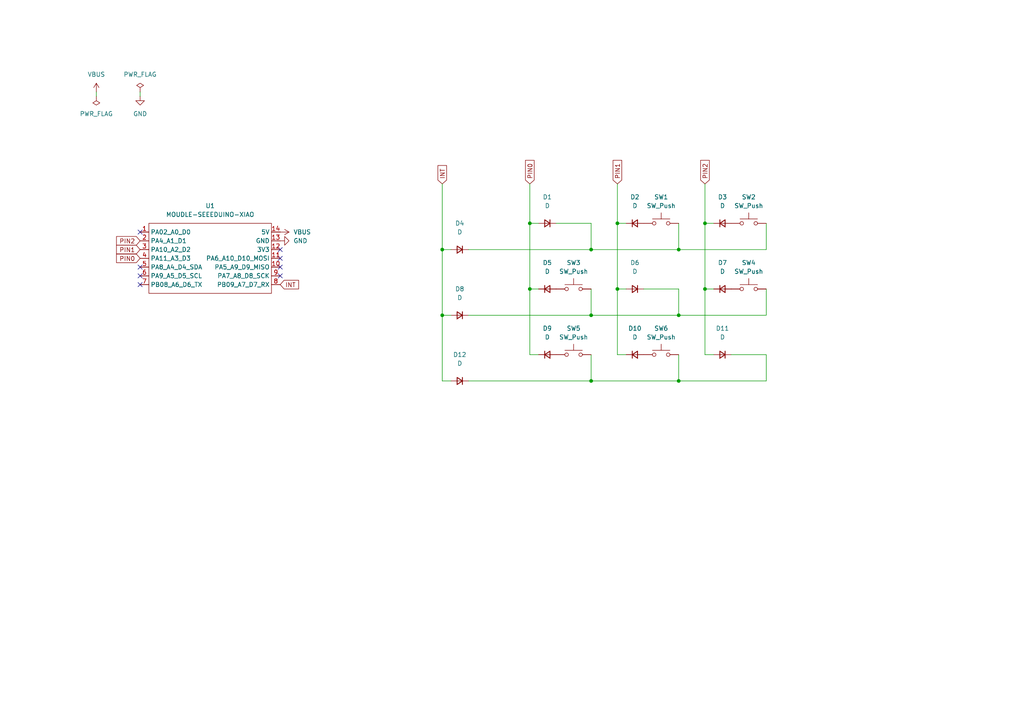
<source format=kicad_sch>
(kicad_sch (version 20231120) (generator "eeschema") (generator_version "8.0")
  (paper "A4")
  (title_block (title "pad2x3") (date "2024-09-16") (rev "1.0"))
  (lib_symbols
    (symbol "Device:D_Small" (pin_numbers hide) (pin_names (offset 0.254) hide)
      (property "Reference" "D" (at -1.27 2.032 0))
      (property "Value" "D_Small" (at -3.81 -2.032 0))
      (symbol "D_Small_0_1"
        (polyline (pts (xy -0.762 -1.016) (xy -0.762 1.016)) (stroke (width 0.254)))
        (polyline (pts (xy -0.762 0) (xy 0.762 0)))
        (polyline (pts (xy 0.762 -1.016) (xy -0.762 0) (xy 0.762 1.016) (xy 0.762 -1.016)) (stroke (width 0.254)))
      )
      (symbol "D_Small_1_1"
        (pin passive line (at -2.54 0 0) (length 1.778) (name "K") (number "1"))
        (pin passive line (at 2.54 0 180) (length 1.778) (name "A") (number "2"))
      )
    )
    (symbol "MOUDLE-SEEEDUINO-XIAO:MOUDLE-SEEEDUINO-XIAO"
      (property "Reference" "U" (at -16.51 11.43 0))
      (property "Value" "MOUDLE-SEEEDUINO-XIAO" (at -3.81 -11.43 0))
      (symbol "MOUDLE-SEEEDUINO-XIAO_0_1"
        (rectangle (start -16.51 10.16) (end 19.05 -10.16))
      )
      (symbol "MOUDLE-SEEEDUINO-XIAO_1_1"
        (pin bidirectional line (at -19.05 7.62 0) (length 2.54) (name "PA02_A0_D0") (number "1"))
        (pin bidirectional line (at 21.59 -2.54 180) (length 2.54) (name "PA5_A9_D9_MISO") (number "10"))
        (pin bidirectional line (at 21.59 0 180) (length 2.54) (name "PA6_A10_D10_MOSI") (number "11"))
        (pin power_in line (at 21.59 2.54 180) (length 2.54) (name "3V3") (number "12"))
        (pin power_in line (at 21.59 5.08 180) (length 2.54) (name "GND") (number "13"))
        (pin power_in line (at 21.59 7.62 180) (length 2.54) (name "5V") (number "14"))
        (pin bidirectional line (at -19.05 5.08 0) (length 2.54) (name "PA4_A1_D1") (number "2"))
        (pin bidirectional line (at -19.05 2.54 0) (length 2.54) (name "PA10_A2_D2") (number "3"))
        (pin bidirectional line (at -19.05 0 0) (length 2.54) (name "PA11_A3_D3") (number "4"))
        (pin bidirectional line (at -19.05 -2.54 0) (length 2.54) (name "PA8_A4_D4_SDA") (number "5"))
        (pin bidirectional line (at -19.05 -5.08 0) (length 2.54) (name "PA9_A5_D5_SCL") (number "6"))
        (pin bidirectional line (at -19.05 -7.62 0) (length 2.54) (name "PB08_A6_D6_TX") (number "7"))
        (pin bidirectional line (at 21.59 -7.62 180) (length 2.54) (name "PB09_A7_D7_RX") (number "8"))
        (pin bidirectional line (at 21.59 -5.08 180) (length 2.54) (name "PA7_A8_D8_SCK") (number "9"))
      )
    )
    (symbol "Switch:SW_Push" (pin_numbers hide) (pin_names (offset 1.016) hide)
      (property "Reference" "SW" (at 1.27 2.54 0))
      (property "Value" "SW_Push" (at 0 -1.524 0))
      (symbol "SW_Push_0_1"
        (circle (center -2.032 0) (radius 0.508))
        (polyline (pts (xy 0 1.27) (xy 0 3.048)))
        (polyline (pts (xy 2.54 1.27) (xy -2.54 1.27)))
        (circle (center 2.032 0) (radius 0.508))
        (pin passive line (at -5.08 0 0) (length 2.54) (name "1") (number "1"))
        (pin passive line (at 5.08 0 180) (length 2.54) (name "2") (number "2"))
      )
    )
    (symbol "power:GND" (power) (pin_numbers hide) (pin_names (offset 0) hide)
      (property "Value" "GND" (at 0 -3.81 0))
      (symbol "GND_0_1"
        (polyline (pts (xy 0 0) (xy 0 -1.27) (xy 1.27 -1.27) (xy 0 -2.54) (xy -1.27 -1.27) (xy 0 -1.27)))
      )
      (symbol "GND_1_1"
        (pin power_in line (at 0 0 270) (length 0) (name "~") (number "1"))
      )
    )
    (symbol "power:PWR_FLAG" (power) (pin_numbers hide) (pin_names (offset 0) hide)
      (property "Value" "PWR_FLAG" (at 0 3.81 0))
      (symbol "PWR_FLAG_0_0"
        (pin power_out line (at 0 0 90) (length 0) (name "~") (number "1"))
      )
      (symbol "PWR_FLAG_0_1"
        (polyline (pts (xy 0 0) (xy 0 1.27) (xy -1.016 1.905) (xy 0 2.54) (xy 1.016 1.905) (xy 0 1.27)))
      )
    )
    (symbol "power:VBUS" (power) (pin_numbers hide) (pin_names (offset 0) hide)
      (property "Value" "VBUS" (at 0 3.556 0))
      (symbol "VBUS_0_1"
        (polyline (pts (xy -0.762 1.27) (xy 0 2.54)))
        (polyline (pts (xy 0 0) (xy 0 2.54)))
        (polyline (pts (xy 0 2.54) (xy 0.762 1.27)))
      )
      (symbol "VBUS_1_1"
        (pin power_in line (at 0 0 90) (length 0) (name "~") (number "1"))
      )
    )
  )
  (junction (at 196.85 110.49))
  (junction (at 196.85 72.39))
  (junction (at 204.47 64.77))
  (junction (at 171.45 110.49))
  (junction (at 179.07 64.77))
  (junction (at 171.45 72.39))
  (junction (at 204.47 83.82))
  (junction (at 153.67 64.77))
  (junction (at 128.27 72.39))
  (junction (at 196.85 91.44))
  (junction (at 179.07 83.82))
  (junction (at 128.27 91.44))
  (junction (at 153.67 83.82))
  (junction (at 171.45 91.44))
  (no_connect (at 81.28 80.01))
  (no_connect (at 40.64 67.31))
  (no_connect (at 81.28 77.47))
  (no_connect (at 40.64 80.01))
  (no_connect (at 81.28 74.93))
  (no_connect (at 81.28 72.39))
  (no_connect (at 40.64 77.47))
  (no_connect (at 40.64 82.55))
  (wire (pts (xy 179.07 64.77) (xy 181.61 64.77)))
  (wire (pts (xy 171.45 110.49) (xy 135.89 110.49)))
  (wire (pts (xy 171.45 72.39) (xy 196.85 72.39)))
  (wire (pts (xy 153.67 53.34) (xy 153.67 64.77)))
  (wire (pts (xy 196.85 110.49) (xy 222.25 110.49)))
  (wire (pts (xy 204.47 53.34) (xy 204.47 64.77)))
  (wire (pts (xy 153.67 83.82) (xy 156.21 83.82)))
  (wire (pts (xy 196.85 83.82) (xy 196.85 91.44)))
  (wire (pts (xy 171.45 91.44) (xy 171.45 83.82)))
  (wire (pts (xy 196.85 72.39) (xy 222.25 72.39)))
  (wire (pts (xy 128.27 72.39) (xy 130.81 72.39)))
  (wire (pts (xy 179.07 53.34) (xy 179.07 64.77)))
  (wire (pts (xy 204.47 83.82) (xy 207.01 83.82)))
  (wire (pts (xy 171.45 110.49) (xy 171.45 102.87)))
  (wire (pts (xy 128.27 72.39) (xy 128.27 91.44)))
  (wire (pts (xy 181.61 102.87) (xy 179.07 102.87)))
  (wire (pts (xy 128.27 110.49) (xy 130.81 110.49)))
  (wire (pts (xy 196.85 91.44) (xy 222.25 91.44)))
  (wire (pts (xy 171.45 72.39) (xy 135.89 72.39)))
  (wire (pts (xy 222.25 91.44) (xy 222.25 83.82)))
  (wire (pts (xy 196.85 64.77) (xy 196.85 72.39)))
  (wire (pts (xy 204.47 83.82) (xy 204.47 102.87)))
  (wire (pts (xy 179.07 83.82) (xy 179.07 64.77)))
  (wire (pts (xy 179.07 83.82) (xy 179.07 102.87)))
  (wire (pts (xy 204.47 64.77) (xy 207.01 64.77)))
  (wire (pts (xy 171.45 91.44) (xy 196.85 91.44)))
  (wire (pts (xy 128.27 91.44) (xy 128.27 110.49)))
  (wire (pts (xy 179.07 83.82) (xy 181.61 83.82)))
  (wire (pts (xy 128.27 91.44) (xy 130.81 91.44)))
  (wire (pts (xy 153.67 64.77) (xy 156.21 64.77)))
  (wire (pts (xy 207.01 102.87) (xy 204.47 102.87)))
  (wire (pts (xy 156.21 102.87) (xy 153.67 102.87)))
  (wire (pts (xy 27.94 26.67) (xy 27.94 27.94)))
  (wire (pts (xy 222.25 110.49) (xy 222.25 102.87)))
  (wire (pts (xy 196.85 102.87) (xy 196.85 110.49)))
  (wire (pts (xy 128.27 53.34) (xy 128.27 72.39)))
  (wire (pts (xy 153.67 83.82) (xy 153.67 64.77)))
  (wire (pts (xy 171.45 110.49) (xy 196.85 110.49)))
  (wire (pts (xy 212.09 102.87) (xy 222.25 102.87)))
  (wire (pts (xy 153.67 83.82) (xy 153.67 102.87)))
  (wire (pts (xy 222.25 72.39) (xy 222.25 64.77)))
  (wire (pts (xy 40.64 26.67) (xy 40.64 27.94)))
  (wire (pts (xy 171.45 64.77) (xy 161.29 64.77)))
  (wire (pts (xy 171.45 72.39) (xy 171.45 64.77)))
  (wire (pts (xy 171.45 91.44) (xy 135.89 91.44)))
  (wire (pts (xy 186.69 83.82) (xy 196.85 83.82)))
  (wire (pts (xy 204.47 83.82) (xy 204.47 64.77)))
  (global_label "PIN2" (shape input) (at 204.47 53.34 90) (property "Intersheetrefs" "${INTERSHEET_REFS}" (effects (hide yes))))
  (global_label "INT" (shape input) (at 128.27 53.34 90) (property "Intersheetrefs" "${INTERSHEET_REFS}" (effects (hide yes))))
  (global_label "PIN0" (shape input) (at 153.67 53.34 90) (property "Intersheetrefs" "${INTERSHEET_REFS}" (effects (hide yes))))
  (global_label "PIN1" (shape input) (at 179.07 53.34 90) (property "Intersheetrefs" "${INTERSHEET_REFS}" (effects (hide yes))))
  (global_label "PIN0" (shape input) (at 40.64 74.93 180) (property "Intersheetrefs" "${INTERSHEET_REFS}" (effects (hide yes))))
  (global_label "PIN2" (shape input) (at 40.64 69.85 180) (property "Intersheetrefs" "${INTERSHEET_REFS}" (effects (hide yes))))
  (global_label "PIN1" (shape input) (at 40.64 72.39 180) (property "Intersheetrefs" "${INTERSHEET_REFS}" (effects (hide yes))))
  (global_label "INT" (shape input) (at 81.28 82.55 0) (property "Intersheetrefs" "${INTERSHEET_REFS}" (effects (hide yes))))
  (symbol (lib_id "Switch:SW_Push") (at 166.37 102.87 0) (unit 1)
    (property "Reference" "SW5" (at 166.37 95.25 0))
    (property "Value" "SW_Push" (at 166.37 97.79 0))
    (property "Description" "Push button switch, generic, two pins" (effects (hide yes)))
  )
  (symbol (lib_id "Device:D_Small") (at 209.55 102.87 0) (mirror y) (unit 1)
    (property "Reference" "D11" (at 209.55 95.25 0))
    (property "Value" "D" (at 209.55 97.79 0))
    (property "Description" "Diode, small symbol" (effects (hide yes)))
    (property "Sim.Device" "D" (effects (hide yes)))
    (property "Sim.Pins" "1=K 2=A" (effects (hide yes)))
  )
  (symbol (lib_id "power:VBUS") (at 81.28 67.31 270) (unit 1)
    (property "Reference" "#PWR03" (effects (hide yes)))
    (property "Value" "VBUS" (at 85.09 67.3099 90) (effects (justify left)))
    (property "Description" "Power symbol creates a global label with name \"VBUS\"" (effects (hide yes)))
  )
  (symbol (lib_id "power:PWR_FLAG") (at 40.64 26.67 0) (unit 1)
    (property "Reference" "#FLG01" (effects (hide yes)))
    (property "Value" "PWR_FLAG" (at 40.64 21.59 0))
    (property "Description" "Special symbol for telling ERC where power comes from" (effects (hide yes)))
  )
  (symbol (lib_id "Device:D_Small") (at 133.35 72.39 0) (mirror y) (unit 1)
    (property "Reference" "D4" (at 133.35 64.77 0))
    (property "Value" "D" (at 133.35 67.31 0))
    (property "Description" "Diode, small symbol" (effects (hide yes)))
    (property "Sim.Device" "D" (effects (hide yes)))
    (property "Sim.Pins" "1=K 2=A" (effects (hide yes)))
  )
  (symbol (lib_id "Switch:SW_Push") (at 166.37 83.82 0) (unit 1)
    (property "Reference" "SW3" (at 166.37 76.2 0))
    (property "Value" "SW_Push" (at 166.37 78.74 0))
    (property "Description" "Push button switch, generic, two pins" (effects (hide yes)))
  )
  (symbol (lib_id "Device:D_Small") (at 184.15 102.87 0) (unit 1)
    (property "Reference" "D10" (at 184.15 95.25 0))
    (property "Value" "D" (at 184.15 97.79 0))
    (property "Description" "Diode, small symbol" (effects (hide yes)))
    (property "Sim.Device" "D" (effects (hide yes)))
    (property "Sim.Pins" "1=K 2=A" (effects (hide yes)))
  )
  (symbol (lib_id "Device:D_Small") (at 158.75 83.82 0) (unit 1)
    (property "Reference" "D5" (at 158.75 76.2 0))
    (property "Value" "D" (at 158.75 78.74 0))
    (property "Description" "Diode, small symbol" (effects (hide yes)))
    (property "Sim.Device" "D" (effects (hide yes)))
    (property "Sim.Pins" "1=K 2=A" (effects (hide yes)))
  )
  (symbol (lib_id "Device:D_Small") (at 158.75 102.87 0) (unit 1)
    (property "Reference" "D9" (at 158.75 95.25 0))
    (property "Value" "D" (at 158.75 97.79 0))
    (property "Description" "Diode, small symbol" (effects (hide yes)))
    (property "Sim.Device" "D" (effects (hide yes)))
    (property "Sim.Pins" "1=K 2=A" (effects (hide yes)))
  )
  (symbol (lib_id "Device:D_Small") (at 184.15 64.77 0) (unit 1)
    (property "Reference" "D2" (at 184.15 57.15 0))
    (property "Value" "D" (at 184.15 59.69 0))
    (property "Description" "Diode, small symbol" (effects (hide yes)))
    (property "Sim.Device" "D" (effects (hide yes)))
    (property "Sim.Pins" "1=K 2=A" (effects (hide yes)))
  )
  (symbol (lib_id "Device:D_Small") (at 209.55 83.82 0) (unit 1)
    (property "Reference" "D7" (at 209.55 76.2 0))
    (property "Value" "D" (at 209.55 78.74 0))
    (property "Description" "Diode, small symbol" (effects (hide yes)))
    (property "Sim.Device" "D" (effects (hide yes)))
    (property "Sim.Pins" "1=K 2=A" (effects (hide yes)))
  )
  (symbol (lib_id "power:GND") (at 40.64 27.94 0) (unit 1)
    (property "Reference" "#PWR02" (effects (hide yes)))
    (property "Value" "GND" (at 40.64 33.02 0))
    (property "Description" "Power symbol creates a global label with name \"GND\" , ground" (effects (hide yes)))
  )
  (symbol (lib_id "Switch:SW_Push") (at 191.77 64.77 0) (unit 1)
    (property "Reference" "SW1" (at 191.77 57.15 0))
    (property "Value" "SW_Push" (at 191.77 59.69 0))
    (property "Description" "Push button switch, generic, two pins" (effects (hide yes)))
  )
  (symbol (lib_id "power:GND") (at 81.28 69.85 90) (unit 1)
    (property "Reference" "#PWR04" (effects (hide yes)))
    (property "Value" "GND" (at 85.09 69.8499 90) (effects (justify right)))
    (property "Description" "Power symbol creates a global label with name \"GND\" , ground" (effects (hide yes)))
  )
  (symbol (lib_id "Device:D_Small") (at 133.35 110.49 0) (mirror y) (unit 1)
    (property "Reference" "D12" (at 133.35 102.87 0))
    (property "Value" "D" (at 133.35 105.41 0))
    (property "Description" "Diode, small symbol" (effects (hide yes)))
    (property "Sim.Device" "D" (effects (hide yes)))
    (property "Sim.Pins" "1=K 2=A" (effects (hide yes)))
  )
  (symbol (lib_id "Switch:SW_Push") (at 191.77 102.87 0) (unit 1)
    (property "Reference" "SW6" (at 191.77 95.25 0))
    (property "Value" "SW_Push" (at 191.77 97.79 0))
    (property "Description" "Push button switch, generic, two pins" (effects (hide yes)))
  )
  (symbol (lib_id "Device:D_Small") (at 209.55 64.77 0) (unit 1)
    (property "Reference" "D3" (at 209.55 57.15 0))
    (property "Value" "D" (at 209.55 59.69 0))
    (property "Description" "Diode, small symbol" (effects (hide yes)))
    (property "Sim.Device" "D" (effects (hide yes)))
    (property "Sim.Pins" "1=K 2=A" (effects (hide yes)))
  )
  (symbol (lib_id "Device:D_Small") (at 133.35 91.44 0) (mirror y) (unit 1)
    (property "Reference" "D8" (at 133.35 83.82 0))
    (property "Value" "D" (at 133.35 86.36 0))
    (property "Description" "Diode, small symbol" (effects (hide yes)))
    (property "Sim.Device" "D" (effects (hide yes)))
    (property "Sim.Pins" "1=K 2=A" (effects (hide yes)))
  )
  (symbol (lib_id "power:VBUS") (at 27.94 26.67 0) (unit 1)
    (property "Reference" "#PWR01" (effects (hide yes)))
    (property "Value" "VBUS" (at 27.94 21.59 0))
    (property "Description" "Power symbol creates a global label with name \"VBUS\"" (effects (hide yes)))
  )
  (symbol (lib_id "MOUDLE-SEEEDUINO-XIAO:MOUDLE-SEEEDUINO-XIAO") (at 59.69 74.93 0) (unit 1)
    (property "Reference" "U1" (at 60.96 59.69 0))
    (property "Value" "MOUDLE-SEEEDUINO-XIAO" (at 60.96 62.23 0))
  )
  (symbol (lib_id "Device:D_Small") (at 158.75 64.77 0) (mirror y) (unit 1)
    (property "Reference" "D1" (at 158.75 57.15 0))
    (property "Value" "D" (at 158.75 59.69 0))
    (property "Description" "Diode, small symbol" (effects (hide yes)))
    (property "Sim.Device" "D" (effects (hide yes)))
    (property "Sim.Pins" "1=K 2=A" (effects (hide yes)))
  )
  (symbol (lib_id "Switch:SW_Push") (at 217.17 64.77 0) (unit 1)
    (property "Reference" "SW2" (at 217.17 57.15 0))
    (property "Value" "SW_Push" (at 217.17 59.69 0))
    (property "Description" "Push button switch, generic, two pins" (effects (hide yes)))
  )
  (symbol (lib_id "power:PWR_FLAG") (at 27.94 27.94 180) (unit 1)
    (property "Reference" "#FLG02" (effects (hide yes)))
    (property "Value" "PWR_FLAG" (at 27.94 33.02 0))
    (property "Description" "Special symbol for telling ERC where power comes from" (effects (hide yes)))
  )
  (symbol (lib_id "Switch:SW_Push") (at 217.17 83.82 0) (unit 1)
    (property "Reference" "SW4" (at 217.17 76.2 0))
    (property "Value" "SW_Push" (at 217.17 78.74 0))
    (property "Description" "Push button switch, generic, two pins" (effects (hide yes)))
  )
  (symbol (lib_id "Device:D_Small") (at 184.15 83.82 0) (mirror y) (unit 1)
    (property "Reference" "D6" (at 184.15 76.2 0))
    (property "Value" "D" (at 184.15 78.74 0))
    (property "Description" "Diode, small symbol" (effects (hide yes)))
    (property "Sim.Device" "D" (effects (hide yes)))
    (property "Sim.Pins" "1=K 2=A" (effects (hide yes)))
  )
)
</source>
